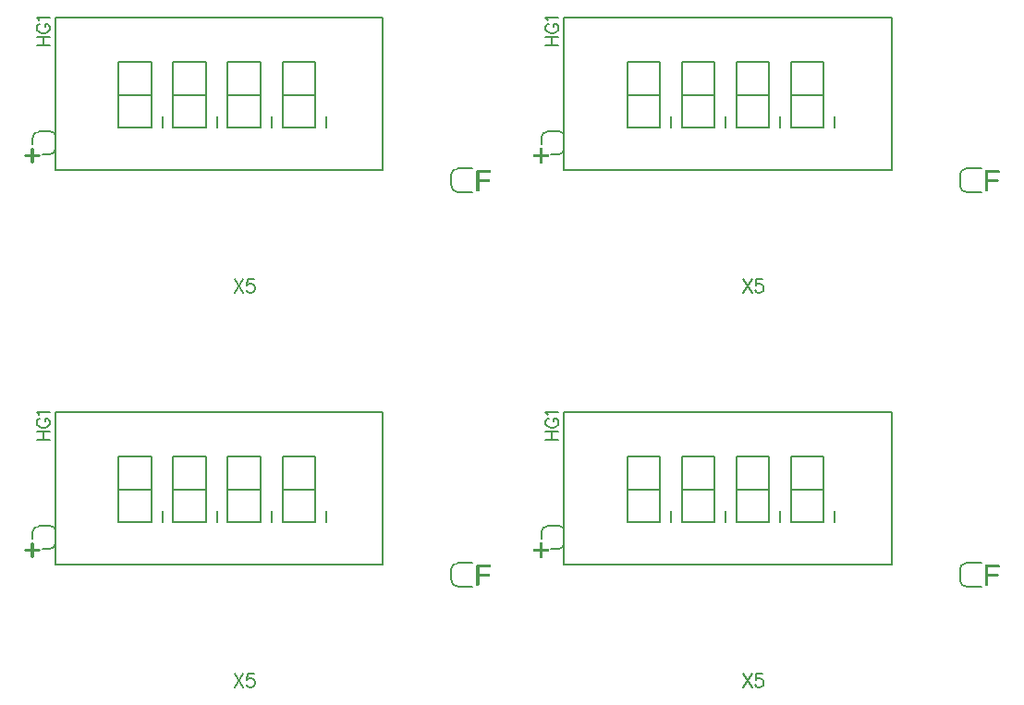
<source format=gto>
G04*
G04 #@! TF.GenerationSoftware,Altium Limited,Altium Designer,21.0.8 (223)*
G04*
G04 Layer_Color=65535*
%FSLAX44Y44*%
%MOMM*%
G71*
G04*
G04 #@! TF.SameCoordinates,2BC88BDB-9D38-482F-83E6-F0616D823ADE*
G04*
G04*
G04 #@! TF.FilePolarity,Positive*
G04*
G01*
G75*
%ADD22C,0.2000*%
G36*
X765018Y830996D02*
X765212Y830968D01*
X765462Y830857D01*
X765712Y830691D01*
X765934Y830469D01*
X766073Y830135D01*
X766101Y829913D01*
X766129Y829691D01*
Y825055D01*
X770848D01*
X771015Y825027D01*
X771209Y824999D01*
X771459Y824888D01*
X771709Y824722D01*
X771931Y824500D01*
X772070Y824167D01*
X772098Y823944D01*
X772125Y823722D01*
Y823695D01*
Y823667D01*
X772098Y823528D01*
X772070Y823306D01*
X771959Y823056D01*
X771792Y822806D01*
X771570Y822612D01*
X771237Y822445D01*
X771015Y822418D01*
X770793Y822390D01*
X766129D01*
Y817726D01*
Y817698D01*
Y817670D01*
X766101Y817531D01*
X766073Y817309D01*
X765962Y817059D01*
X765796Y816810D01*
X765573Y816615D01*
X765240Y816449D01*
X765018Y816421D01*
X764796Y816393D01*
X764741D01*
X764574Y816421D01*
X764380Y816476D01*
X764130Y816560D01*
X763880Y816726D01*
X763658Y816948D01*
X763491Y817281D01*
X763464Y817504D01*
X763436Y817726D01*
Y822390D01*
X758772D01*
X758633Y822418D01*
X758411Y822473D01*
X758161Y822556D01*
X757911Y822723D01*
X757717Y822945D01*
X757550Y823278D01*
X757522Y823500D01*
X757495Y823722D01*
Y823750D01*
Y823778D01*
X757522Y823944D01*
X757578Y824139D01*
X757661Y824389D01*
X757828Y824639D01*
X758050Y824861D01*
X758383Y824999D01*
X758605Y825027D01*
X758827Y825055D01*
X763436D01*
Y829691D01*
Y829719D01*
Y829747D01*
X763464Y829913D01*
X763519Y830108D01*
X763602Y830358D01*
X763769Y830607D01*
X764019Y830829D01*
X764158Y830913D01*
X764352Y830968D01*
X764546Y830996D01*
X764796Y831024D01*
X764852D01*
X765018Y830996D01*
D02*
G37*
G36*
X299018D02*
X299212Y830968D01*
X299462Y830857D01*
X299712Y830691D01*
X299934Y830469D01*
X300073Y830135D01*
X300101Y829913D01*
X300129Y829691D01*
Y825055D01*
X304848D01*
X305015Y825027D01*
X305209Y824999D01*
X305459Y824888D01*
X305709Y824722D01*
X305931Y824500D01*
X306070Y824167D01*
X306098Y823944D01*
X306125Y823722D01*
Y823695D01*
Y823667D01*
X306098Y823528D01*
X306070Y823306D01*
X305959Y823056D01*
X305792Y822806D01*
X305570Y822612D01*
X305237Y822445D01*
X305015Y822418D01*
X304793Y822390D01*
X300129D01*
Y817726D01*
Y817698D01*
Y817670D01*
X300101Y817531D01*
X300073Y817309D01*
X299962Y817059D01*
X299795Y816810D01*
X299573Y816615D01*
X299240Y816449D01*
X299018Y816421D01*
X298796Y816393D01*
X298741D01*
X298574Y816421D01*
X298380Y816476D01*
X298130Y816560D01*
X297880Y816726D01*
X297658Y816948D01*
X297491Y817281D01*
X297463Y817504D01*
X297436Y817726D01*
Y822390D01*
X292772D01*
X292633Y822418D01*
X292411Y822473D01*
X292161Y822556D01*
X291911Y822723D01*
X291717Y822945D01*
X291550Y823278D01*
X291522Y823500D01*
X291495Y823722D01*
Y823750D01*
Y823778D01*
X291522Y823944D01*
X291578Y824139D01*
X291661Y824389D01*
X291828Y824639D01*
X292050Y824861D01*
X292383Y824999D01*
X292605Y825027D01*
X292827Y825055D01*
X297436D01*
Y829691D01*
Y829719D01*
Y829747D01*
X297463Y829913D01*
X297519Y830108D01*
X297602Y830358D01*
X297769Y830607D01*
X298019Y830829D01*
X298158Y830913D01*
X298352Y830968D01*
X298546Y830996D01*
X298796Y831024D01*
X298852D01*
X299018Y830996D01*
D02*
G37*
G36*
X1183793Y810434D02*
X1183932Y810407D01*
X1184099Y810351D01*
X1184293Y810268D01*
X1184460Y810157D01*
X1184626Y810018D01*
X1184654Y809990D01*
X1184709Y809935D01*
X1184765Y809851D01*
X1184848Y809740D01*
X1184931Y809574D01*
X1185015Y809379D01*
X1185042Y809185D01*
X1185070Y808935D01*
Y808907D01*
Y808824D01*
X1185042Y808713D01*
X1185015Y808574D01*
X1184959Y808380D01*
X1184876Y808213D01*
X1184765Y808019D01*
X1184626Y807852D01*
X1184598Y807825D01*
X1184543Y807797D01*
X1184460Y807714D01*
X1184348Y807658D01*
X1184182Y807575D01*
X1184015Y807492D01*
X1183793Y807464D01*
X1183571Y807436D01*
X1174354D01*
Y802300D01*
X1182683D01*
X1182822Y802272D01*
X1182988Y802244D01*
X1183155Y802189D01*
X1183349Y802106D01*
X1183543Y801995D01*
X1183710Y801856D01*
X1183738Y801828D01*
X1183793Y801773D01*
X1183849Y801689D01*
X1183960Y801578D01*
X1184043Y801412D01*
X1184099Y801217D01*
X1184154Y801023D01*
X1184182Y800773D01*
Y800745D01*
Y800662D01*
X1184154Y800551D01*
X1184126Y800385D01*
X1184071Y800218D01*
X1183988Y800023D01*
X1183876Y799829D01*
X1183710Y799663D01*
X1183682Y799635D01*
X1183627Y799607D01*
X1183543Y799524D01*
X1183404Y799468D01*
X1183238Y799385D01*
X1183044Y799302D01*
X1182822Y799274D01*
X1182572Y799246D01*
X1174354D01*
Y792222D01*
Y792195D01*
Y792111D01*
X1174326Y792000D01*
X1174298Y791834D01*
X1174243Y791667D01*
X1174160Y791473D01*
X1174049Y791306D01*
X1173910Y791140D01*
X1173882Y791112D01*
X1173827Y791084D01*
X1173743Y791001D01*
X1173632Y790945D01*
X1173466Y790862D01*
X1173271Y790779D01*
X1173077Y790751D01*
X1172827Y790723D01*
X1172716D01*
X1172605Y790751D01*
X1172438Y790779D01*
X1172272Y790834D01*
X1172077Y790890D01*
X1171883Y791001D01*
X1171717Y791140D01*
X1171689Y791167D01*
X1171661Y791223D01*
X1171578Y791306D01*
X1171522Y791445D01*
X1171439Y791584D01*
X1171356Y791778D01*
X1171328Y791973D01*
X1171300Y792222D01*
Y808935D01*
Y808963D01*
Y809046D01*
X1171328Y809157D01*
X1171356Y809296D01*
X1171411Y809463D01*
X1171495Y809629D01*
X1171606Y809824D01*
X1171744Y809990D01*
X1171772Y810018D01*
X1171828Y810073D01*
X1171939Y810129D01*
X1172050Y810240D01*
X1172216Y810323D01*
X1172411Y810379D01*
X1172605Y810434D01*
X1172827Y810462D01*
X1183682D01*
X1183793Y810434D01*
D02*
G37*
G36*
X717793D02*
X717932Y810407D01*
X718099Y810351D01*
X718293Y810268D01*
X718459Y810157D01*
X718626Y810018D01*
X718654Y809990D01*
X718709Y809935D01*
X718765Y809851D01*
X718848Y809740D01*
X718931Y809574D01*
X719015Y809379D01*
X719043Y809185D01*
X719070Y808935D01*
Y808907D01*
Y808824D01*
X719043Y808713D01*
X719015Y808574D01*
X718959Y808380D01*
X718876Y808213D01*
X718765Y808019D01*
X718626Y807852D01*
X718598Y807825D01*
X718543Y807797D01*
X718459Y807714D01*
X718348Y807658D01*
X718182Y807575D01*
X718015Y807492D01*
X717793Y807464D01*
X717571Y807436D01*
X708354D01*
Y802300D01*
X716683D01*
X716822Y802272D01*
X716988Y802244D01*
X717155Y802189D01*
X717349Y802106D01*
X717543Y801995D01*
X717710Y801856D01*
X717738Y801828D01*
X717793Y801773D01*
X717849Y801689D01*
X717960Y801578D01*
X718043Y801412D01*
X718099Y801217D01*
X718154Y801023D01*
X718182Y800773D01*
Y800745D01*
Y800662D01*
X718154Y800551D01*
X718126Y800385D01*
X718071Y800218D01*
X717988Y800023D01*
X717877Y799829D01*
X717710Y799663D01*
X717682Y799635D01*
X717627Y799607D01*
X717543Y799524D01*
X717404Y799468D01*
X717238Y799385D01*
X717044Y799302D01*
X716822Y799274D01*
X716572Y799246D01*
X708354D01*
Y792222D01*
Y792195D01*
Y792111D01*
X708326Y792000D01*
X708298Y791834D01*
X708243Y791667D01*
X708160Y791473D01*
X708049Y791306D01*
X707910Y791140D01*
X707882Y791112D01*
X707827Y791084D01*
X707743Y791001D01*
X707632Y790945D01*
X707466Y790862D01*
X707271Y790779D01*
X707077Y790751D01*
X706827Y790723D01*
X706716D01*
X706605Y790751D01*
X706438Y790779D01*
X706272Y790834D01*
X706077Y790890D01*
X705883Y791001D01*
X705717Y791140D01*
X705689Y791167D01*
X705661Y791223D01*
X705578Y791306D01*
X705522Y791445D01*
X705439Y791584D01*
X705356Y791778D01*
X705328Y791973D01*
X705300Y792222D01*
Y808935D01*
Y808963D01*
Y809046D01*
X705328Y809157D01*
X705356Y809296D01*
X705411Y809463D01*
X705495Y809629D01*
X705606Y809824D01*
X705744Y809990D01*
X705772Y810018D01*
X705828Y810073D01*
X705939Y810129D01*
X706050Y810240D01*
X706216Y810323D01*
X706411Y810379D01*
X706605Y810434D01*
X706827Y810462D01*
X717682D01*
X717793Y810434D01*
D02*
G37*
G36*
X765018Y469496D02*
X765212Y469468D01*
X765462Y469357D01*
X765712Y469191D01*
X765934Y468969D01*
X766073Y468635D01*
X766101Y468413D01*
X766129Y468191D01*
Y463555D01*
X770848D01*
X771015Y463527D01*
X771209Y463499D01*
X771459Y463388D01*
X771709Y463222D01*
X771931Y463000D01*
X772070Y462667D01*
X772098Y462444D01*
X772125Y462222D01*
Y462195D01*
Y462167D01*
X772098Y462028D01*
X772070Y461806D01*
X771959Y461556D01*
X771792Y461306D01*
X771570Y461112D01*
X771237Y460945D01*
X771015Y460918D01*
X770793Y460890D01*
X766129D01*
Y456226D01*
Y456198D01*
Y456170D01*
X766101Y456031D01*
X766073Y455809D01*
X765962Y455559D01*
X765796Y455310D01*
X765573Y455115D01*
X765240Y454949D01*
X765018Y454921D01*
X764796Y454893D01*
X764741D01*
X764574Y454921D01*
X764380Y454976D01*
X764130Y455060D01*
X763880Y455226D01*
X763658Y455448D01*
X763491Y455782D01*
X763464Y456004D01*
X763436Y456226D01*
Y460890D01*
X758772D01*
X758633Y460918D01*
X758411Y460973D01*
X758161Y461056D01*
X757911Y461223D01*
X757717Y461445D01*
X757550Y461778D01*
X757522Y462000D01*
X757495Y462222D01*
Y462250D01*
Y462278D01*
X757522Y462444D01*
X757578Y462639D01*
X757661Y462889D01*
X757828Y463139D01*
X758050Y463361D01*
X758383Y463499D01*
X758605Y463527D01*
X758827Y463555D01*
X763436D01*
Y468191D01*
Y468219D01*
Y468247D01*
X763464Y468413D01*
X763519Y468608D01*
X763602Y468857D01*
X763769Y469107D01*
X764019Y469329D01*
X764158Y469413D01*
X764352Y469468D01*
X764546Y469496D01*
X764796Y469524D01*
X764852D01*
X765018Y469496D01*
D02*
G37*
G36*
X299018D02*
X299212Y469468D01*
X299462Y469357D01*
X299712Y469191D01*
X299934Y468969D01*
X300073Y468635D01*
X300101Y468413D01*
X300129Y468191D01*
Y463555D01*
X304848D01*
X305015Y463527D01*
X305209Y463499D01*
X305459Y463388D01*
X305709Y463222D01*
X305931Y463000D01*
X306070Y462667D01*
X306098Y462444D01*
X306125Y462222D01*
Y462195D01*
Y462167D01*
X306098Y462028D01*
X306070Y461806D01*
X305959Y461556D01*
X305792Y461306D01*
X305570Y461112D01*
X305237Y460945D01*
X305015Y460918D01*
X304793Y460890D01*
X300129D01*
Y456226D01*
Y456198D01*
Y456170D01*
X300101Y456031D01*
X300073Y455809D01*
X299962Y455559D01*
X299795Y455310D01*
X299573Y455115D01*
X299240Y454949D01*
X299018Y454921D01*
X298796Y454893D01*
X298741D01*
X298574Y454921D01*
X298380Y454976D01*
X298130Y455060D01*
X297880Y455226D01*
X297658Y455448D01*
X297491Y455782D01*
X297463Y456004D01*
X297436Y456226D01*
Y460890D01*
X292772D01*
X292633Y460918D01*
X292411Y460973D01*
X292161Y461056D01*
X291911Y461223D01*
X291717Y461445D01*
X291550Y461778D01*
X291522Y462000D01*
X291495Y462222D01*
Y462250D01*
Y462278D01*
X291522Y462444D01*
X291578Y462639D01*
X291661Y462889D01*
X291828Y463139D01*
X292050Y463361D01*
X292383Y463499D01*
X292605Y463527D01*
X292827Y463555D01*
X297436D01*
Y468191D01*
Y468219D01*
Y468247D01*
X297463Y468413D01*
X297519Y468608D01*
X297602Y468857D01*
X297769Y469107D01*
X298019Y469329D01*
X298158Y469413D01*
X298352Y469468D01*
X298546Y469496D01*
X298796Y469524D01*
X298852D01*
X299018Y469496D01*
D02*
G37*
G36*
X1183793Y448934D02*
X1183932Y448907D01*
X1184099Y448851D01*
X1184293Y448768D01*
X1184460Y448657D01*
X1184626Y448518D01*
X1184654Y448490D01*
X1184709Y448435D01*
X1184765Y448351D01*
X1184848Y448240D01*
X1184931Y448074D01*
X1185015Y447879D01*
X1185042Y447685D01*
X1185070Y447435D01*
Y447407D01*
Y447324D01*
X1185042Y447213D01*
X1185015Y447074D01*
X1184959Y446880D01*
X1184876Y446713D01*
X1184765Y446519D01*
X1184626Y446353D01*
X1184598Y446325D01*
X1184543Y446297D01*
X1184460Y446214D01*
X1184348Y446158D01*
X1184182Y446075D01*
X1184015Y445992D01*
X1183793Y445964D01*
X1183571Y445936D01*
X1174354D01*
Y440800D01*
X1182683D01*
X1182822Y440772D01*
X1182988Y440745D01*
X1183155Y440689D01*
X1183349Y440606D01*
X1183543Y440495D01*
X1183710Y440356D01*
X1183738Y440328D01*
X1183793Y440273D01*
X1183849Y440189D01*
X1183960Y440078D01*
X1184043Y439912D01*
X1184099Y439717D01*
X1184154Y439523D01*
X1184182Y439273D01*
Y439245D01*
Y439162D01*
X1184154Y439051D01*
X1184126Y438885D01*
X1184071Y438718D01*
X1183988Y438524D01*
X1183876Y438329D01*
X1183710Y438163D01*
X1183682Y438135D01*
X1183627Y438107D01*
X1183543Y438024D01*
X1183404Y437968D01*
X1183238Y437885D01*
X1183044Y437802D01*
X1182822Y437774D01*
X1182572Y437746D01*
X1174354D01*
Y430722D01*
Y430695D01*
Y430611D01*
X1174326Y430500D01*
X1174298Y430334D01*
X1174243Y430167D01*
X1174160Y429973D01*
X1174049Y429806D01*
X1173910Y429640D01*
X1173882Y429612D01*
X1173827Y429584D01*
X1173743Y429501D01*
X1173632Y429445D01*
X1173466Y429362D01*
X1173271Y429279D01*
X1173077Y429251D01*
X1172827Y429223D01*
X1172716D01*
X1172605Y429251D01*
X1172438Y429279D01*
X1172272Y429334D01*
X1172077Y429390D01*
X1171883Y429501D01*
X1171717Y429640D01*
X1171689Y429667D01*
X1171661Y429723D01*
X1171578Y429806D01*
X1171522Y429945D01*
X1171439Y430084D01*
X1171356Y430278D01*
X1171328Y430472D01*
X1171300Y430722D01*
Y447435D01*
Y447463D01*
Y447546D01*
X1171328Y447657D01*
X1171356Y447796D01*
X1171411Y447963D01*
X1171495Y448129D01*
X1171606Y448324D01*
X1171744Y448490D01*
X1171772Y448518D01*
X1171828Y448573D01*
X1171939Y448629D01*
X1172050Y448740D01*
X1172216Y448823D01*
X1172411Y448879D01*
X1172605Y448934D01*
X1172827Y448962D01*
X1183682D01*
X1183793Y448934D01*
D02*
G37*
G36*
X717793D02*
X717932Y448907D01*
X718099Y448851D01*
X718293Y448768D01*
X718459Y448657D01*
X718626Y448518D01*
X718654Y448490D01*
X718709Y448435D01*
X718765Y448351D01*
X718848Y448240D01*
X718931Y448074D01*
X719015Y447879D01*
X719043Y447685D01*
X719070Y447435D01*
Y447407D01*
Y447324D01*
X719043Y447213D01*
X719015Y447074D01*
X718959Y446880D01*
X718876Y446713D01*
X718765Y446519D01*
X718626Y446353D01*
X718598Y446325D01*
X718543Y446297D01*
X718459Y446214D01*
X718348Y446158D01*
X718182Y446075D01*
X718015Y445992D01*
X717793Y445964D01*
X717571Y445936D01*
X708354D01*
Y440800D01*
X716683D01*
X716822Y440772D01*
X716988Y440745D01*
X717155Y440689D01*
X717349Y440606D01*
X717543Y440495D01*
X717710Y440356D01*
X717738Y440328D01*
X717793Y440273D01*
X717849Y440189D01*
X717960Y440078D01*
X718043Y439912D01*
X718099Y439717D01*
X718154Y439523D01*
X718182Y439273D01*
Y439245D01*
Y439162D01*
X718154Y439051D01*
X718126Y438885D01*
X718071Y438718D01*
X717988Y438524D01*
X717877Y438329D01*
X717710Y438163D01*
X717682Y438135D01*
X717627Y438107D01*
X717543Y438024D01*
X717404Y437968D01*
X717238Y437885D01*
X717044Y437802D01*
X716822Y437774D01*
X716572Y437746D01*
X708354D01*
Y430722D01*
Y430695D01*
Y430611D01*
X708326Y430500D01*
X708298Y430334D01*
X708243Y430167D01*
X708160Y429973D01*
X708049Y429806D01*
X707910Y429640D01*
X707882Y429612D01*
X707827Y429584D01*
X707743Y429501D01*
X707632Y429445D01*
X707466Y429362D01*
X707271Y429279D01*
X707077Y429251D01*
X706827Y429223D01*
X706716D01*
X706605Y429251D01*
X706438Y429279D01*
X706272Y429334D01*
X706077Y429390D01*
X705883Y429501D01*
X705717Y429640D01*
X705689Y429667D01*
X705661Y429723D01*
X705578Y429806D01*
X705522Y429945D01*
X705439Y430084D01*
X705356Y430278D01*
X705328Y430472D01*
X705300Y430722D01*
Y447435D01*
Y447463D01*
Y447546D01*
X705328Y447657D01*
X705356Y447796D01*
X705411Y447963D01*
X705495Y448129D01*
X705606Y448324D01*
X705744Y448490D01*
X705772Y448518D01*
X705828Y448573D01*
X705939Y448629D01*
X706050Y448740D01*
X706216Y448823D01*
X706411Y448879D01*
X706605Y448934D01*
X706827Y448962D01*
X717682D01*
X717793Y448934D01*
D02*
G37*
D22*
X682435Y435009D02*
G03*
X688935Y428509I6500J0D01*
G01*
X688316Y450223D02*
G03*
X682397Y444304I0J-5919D01*
G01*
X314560Y463060D02*
G03*
X319810Y468310I0J5250D01*
G01*
Y480060D02*
G03*
X315810Y484060I-4000J0D01*
G01*
X304560D02*
G03*
X299060Y478560I0J-5500D01*
G01*
X688935Y428473D02*
X702185D01*
X682435Y435009D02*
Y444554D01*
X688316Y450223D02*
X702185D01*
X308060Y463060D02*
X314560D01*
X319810Y468310D02*
Y480060D01*
X304560Y484060D02*
X315810D01*
X299060Y472560D02*
Y478560D01*
X527810Y487810D02*
Y547810D01*
Y487810D02*
X557810D01*
Y547810D01*
X527810Y517810D02*
X557810D01*
X527810Y547810D02*
X557810D01*
X567810Y487810D02*
Y497810D01*
X477810Y487810D02*
Y547810D01*
Y487810D02*
X507810D01*
Y547810D01*
X477810Y517810D02*
X507810D01*
X477810Y547810D02*
X507810D01*
X517810Y487810D02*
Y497810D01*
X427810Y487810D02*
Y547810D01*
Y487810D02*
X457810D01*
Y547810D01*
X427810Y517810D02*
X457810D01*
X427810Y547810D02*
X457810D01*
X467810Y487810D02*
Y497810D01*
X417810Y487810D02*
Y497810D01*
X377810Y547810D02*
X407810D01*
X377810Y517810D02*
X407810D01*
Y487810D02*
Y547810D01*
X377810Y487810D02*
X407810D01*
X377810D02*
Y547810D01*
X319810Y448810D02*
Y588810D01*
X619810D01*
Y448810D02*
Y588810D01*
X319810Y448810D02*
X619810D01*
X484219Y348559D02*
X492217Y336561D01*
Y348559D02*
X484219Y336561D01*
X501758Y348559D02*
X496045D01*
X495474Y343417D01*
X496045Y343988D01*
X497759Y344560D01*
X499473D01*
X501187Y343988D01*
X502330Y342846D01*
X502901Y341132D01*
Y339989D01*
X502330Y338275D01*
X501187Y337133D01*
X499473Y336561D01*
X497759D01*
X496045Y337133D01*
X495474Y337704D01*
X494903Y338847D01*
X302813Y563060D02*
X314810D01*
X302813Y571058D02*
X314810D01*
X308526Y563060D02*
Y571058D01*
X305669Y582942D02*
X304527Y582370D01*
X303384Y581227D01*
X302813Y580085D01*
Y577800D01*
X303384Y576657D01*
X304527Y575514D01*
X305669Y574943D01*
X307383Y574372D01*
X310240D01*
X311954Y574943D01*
X313096Y575514D01*
X314239Y576657D01*
X314810Y577800D01*
Y580085D01*
X314239Y581227D01*
X313096Y582370D01*
X311954Y582942D01*
X310240D01*
Y580085D02*
Y582942D01*
X305098Y585684D02*
X304527Y586826D01*
X302813Y588540D01*
X314810D01*
X1148435Y435009D02*
G03*
X1154935Y428509I6500J0D01*
G01*
X1154316Y450223D02*
G03*
X1148397Y444304I0J-5919D01*
G01*
X780560Y463060D02*
G03*
X785810Y468310I0J5250D01*
G01*
Y480060D02*
G03*
X781810Y484060I-4000J0D01*
G01*
X770560D02*
G03*
X765060Y478560I0J-5500D01*
G01*
X1154935Y428473D02*
X1168185D01*
X1148435Y435009D02*
Y444554D01*
X1154316Y450223D02*
X1168185D01*
X774060Y463060D02*
X780560D01*
X785810Y468310D02*
Y480060D01*
X770560Y484060D02*
X781810D01*
X765060Y472560D02*
Y478560D01*
X993810Y487810D02*
Y547810D01*
Y487810D02*
X1023810D01*
Y547810D01*
X993810Y517810D02*
X1023810D01*
X993810Y547810D02*
X1023810D01*
X1033810Y487810D02*
Y497810D01*
X943810Y487810D02*
Y547810D01*
Y487810D02*
X973810D01*
Y547810D01*
X943810Y517810D02*
X973810D01*
X943810Y547810D02*
X973810D01*
X983810Y487810D02*
Y497810D01*
X893810Y487810D02*
Y547810D01*
Y487810D02*
X923810D01*
Y547810D01*
X893810Y517810D02*
X923810D01*
X893810Y547810D02*
X923810D01*
X933810Y487810D02*
Y497810D01*
X883810Y487810D02*
Y497810D01*
X843810Y547810D02*
X873810D01*
X843810Y517810D02*
X873810D01*
Y487810D02*
Y547810D01*
X843810Y487810D02*
X873810D01*
X843810D02*
Y547810D01*
X785810Y448810D02*
Y588810D01*
X1085810D01*
Y448810D02*
Y588810D01*
X785810Y448810D02*
X1085810D01*
X950219Y348559D02*
X958217Y336561D01*
Y348559D02*
X950219Y336561D01*
X967758Y348559D02*
X962045D01*
X961474Y343417D01*
X962045Y343988D01*
X963759Y344560D01*
X965473D01*
X967187Y343988D01*
X968330Y342846D01*
X968901Y341132D01*
Y339989D01*
X968330Y338275D01*
X967187Y337133D01*
X965473Y336561D01*
X963759D01*
X962045Y337133D01*
X961474Y337704D01*
X960903Y338847D01*
X768813Y563060D02*
X780810D01*
X768813Y571058D02*
X780810D01*
X774526Y563060D02*
Y571058D01*
X771669Y582942D02*
X770527Y582370D01*
X769384Y581227D01*
X768813Y580085D01*
Y577800D01*
X769384Y576657D01*
X770527Y575514D01*
X771669Y574943D01*
X773383Y574372D01*
X776239D01*
X777953Y574943D01*
X779096Y575514D01*
X780239Y576657D01*
X780810Y577800D01*
Y580085D01*
X780239Y581227D01*
X779096Y582370D01*
X777953Y582942D01*
X776239D01*
Y580085D02*
Y582942D01*
X771098Y585684D02*
X770527Y586826D01*
X768813Y588540D01*
X780810D01*
X682435Y796508D02*
G03*
X688935Y790009I6500J0D01*
G01*
X688316Y811723D02*
G03*
X682397Y805804I0J-5919D01*
G01*
X314560Y824560D02*
G03*
X319810Y829810I0J5250D01*
G01*
Y841560D02*
G03*
X315810Y845560I-4000J0D01*
G01*
X304560D02*
G03*
X299060Y840060I0J-5500D01*
G01*
X688935Y789973D02*
X702185D01*
X682435Y796508D02*
Y806054D01*
X688316Y811723D02*
X702185D01*
X308060Y824560D02*
X314560D01*
X319810Y829810D02*
Y841560D01*
X304560Y845560D02*
X315810D01*
X299060Y834060D02*
Y840060D01*
X527810Y849310D02*
Y909310D01*
Y849310D02*
X557810D01*
Y909310D01*
X527810Y879310D02*
X557810D01*
X527810Y909310D02*
X557810D01*
X567810Y849310D02*
Y859310D01*
X477810Y849310D02*
Y909310D01*
Y849310D02*
X507810D01*
Y909310D01*
X477810Y879310D02*
X507810D01*
X477810Y909310D02*
X507810D01*
X517810Y849310D02*
Y859310D01*
X427810Y849310D02*
Y909310D01*
Y849310D02*
X457810D01*
Y909310D01*
X427810Y879310D02*
X457810D01*
X427810Y909310D02*
X457810D01*
X467810Y849310D02*
Y859310D01*
X417810Y849310D02*
Y859310D01*
X377810Y909310D02*
X407810D01*
X377810Y879310D02*
X407810D01*
Y849310D02*
Y909310D01*
X377810Y849310D02*
X407810D01*
X377810D02*
Y909310D01*
X319810Y810310D02*
Y950310D01*
X619810D01*
Y810310D02*
Y950310D01*
X319810Y810310D02*
X619810D01*
X484219Y710059D02*
X492217Y698061D01*
Y710059D02*
X484219Y698061D01*
X501758Y710059D02*
X496045D01*
X495474Y704917D01*
X496045Y705488D01*
X497759Y706059D01*
X499473D01*
X501187Y705488D01*
X502330Y704346D01*
X502901Y702632D01*
Y701489D01*
X502330Y699775D01*
X501187Y698633D01*
X499473Y698061D01*
X497759D01*
X496045Y698633D01*
X495474Y699204D01*
X494903Y700347D01*
X302813Y924560D02*
X314810D01*
X302813Y932558D02*
X314810D01*
X308526Y924560D02*
Y932558D01*
X305669Y944442D02*
X304527Y943870D01*
X303384Y942728D01*
X302813Y941585D01*
Y939300D01*
X303384Y938157D01*
X304527Y937014D01*
X305669Y936443D01*
X307383Y935872D01*
X310240D01*
X311954Y936443D01*
X313096Y937014D01*
X314239Y938157D01*
X314810Y939300D01*
Y941585D01*
X314239Y942728D01*
X313096Y943870D01*
X311954Y944442D01*
X310240D01*
Y941585D02*
Y944442D01*
X305098Y947184D02*
X304527Y948326D01*
X302813Y950040D01*
X314810D01*
X1148435Y796508D02*
G03*
X1154935Y790009I6500J0D01*
G01*
X1154316Y811723D02*
G03*
X1148397Y805804I0J-5919D01*
G01*
X780560Y824560D02*
G03*
X785810Y829810I0J5250D01*
G01*
Y841560D02*
G03*
X781810Y845560I-4000J0D01*
G01*
X770560D02*
G03*
X765060Y840060I0J-5500D01*
G01*
X1154935Y789973D02*
X1168185D01*
X1148435Y796508D02*
Y806054D01*
X1154316Y811723D02*
X1168185D01*
X774060Y824560D02*
X780560D01*
X785810Y829810D02*
Y841560D01*
X770560Y845560D02*
X781810D01*
X765060Y834060D02*
Y840060D01*
X993810Y849310D02*
Y909310D01*
Y849310D02*
X1023810D01*
Y909310D01*
X993810Y879310D02*
X1023810D01*
X993810Y909310D02*
X1023810D01*
X1033810Y849310D02*
Y859310D01*
X943810Y849310D02*
Y909310D01*
Y849310D02*
X973810D01*
Y909310D01*
X943810Y879310D02*
X973810D01*
X943810Y909310D02*
X973810D01*
X983810Y849310D02*
Y859310D01*
X893810Y849310D02*
Y909310D01*
Y849310D02*
X923810D01*
Y909310D01*
X893810Y879310D02*
X923810D01*
X893810Y909310D02*
X923810D01*
X933810Y849310D02*
Y859310D01*
X883810Y849310D02*
Y859310D01*
X843810Y909310D02*
X873810D01*
X843810Y879310D02*
X873810D01*
Y849310D02*
Y909310D01*
X843810Y849310D02*
X873810D01*
X843810D02*
Y909310D01*
X785810Y810310D02*
Y950310D01*
X1085810D01*
Y810310D02*
Y950310D01*
X785810Y810310D02*
X1085810D01*
X950219Y710059D02*
X958217Y698061D01*
Y710059D02*
X950219Y698061D01*
X967758Y710059D02*
X962045D01*
X961474Y704917D01*
X962045Y705488D01*
X963759Y706059D01*
X965473D01*
X967187Y705488D01*
X968330Y704346D01*
X968901Y702632D01*
Y701489D01*
X968330Y699775D01*
X967187Y698633D01*
X965473Y698061D01*
X963759D01*
X962045Y698633D01*
X961474Y699204D01*
X960903Y700347D01*
X768813Y924560D02*
X780810D01*
X768813Y932558D02*
X780810D01*
X774526Y924560D02*
Y932558D01*
X771669Y944442D02*
X770527Y943870D01*
X769384Y942728D01*
X768813Y941585D01*
Y939300D01*
X769384Y938157D01*
X770527Y937014D01*
X771669Y936443D01*
X773383Y935872D01*
X776239D01*
X777953Y936443D01*
X779096Y937014D01*
X780239Y938157D01*
X780810Y939300D01*
Y941585D01*
X780239Y942728D01*
X779096Y943870D01*
X777953Y944442D01*
X776239D01*
Y941585D02*
Y944442D01*
X771098Y947184D02*
X770527Y948326D01*
X768813Y950040D01*
X780810D01*
M02*

</source>
